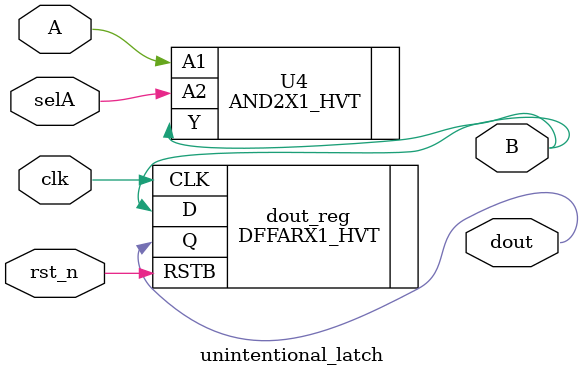
<source format=v>


module unintentional_latch ( clk, rst_n, A, B, selA, dout );
  input clk, rst_n, A, selA;
  output B, dout;


  DFFARX1_HVT dout_reg ( .D(B), .CLK(clk), .RSTB(rst_n), .Q(dout) );
  AND2X1_HVT U4 ( .A1(A), .A2(selA), .Y(B) );
endmodule
</source>
